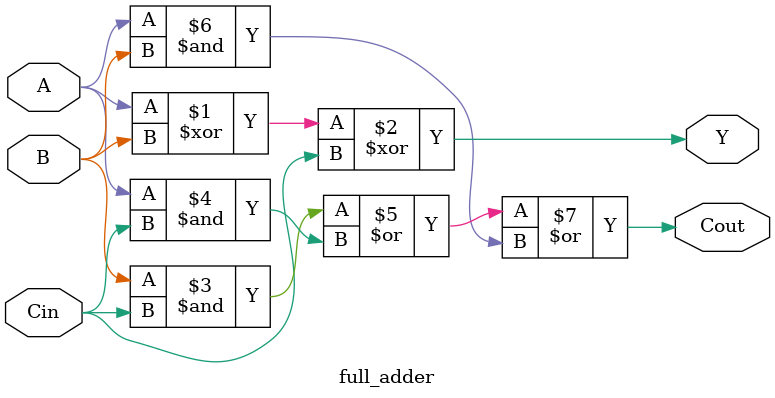
<source format=v>
module full_adder(
    input A,B,Cin,
    output Y,Cout
);

    assign Y=A^B^Cin;
    assign Cout=(B&Cin)|(A&Cin)|(A&B);

endmodule
</source>
